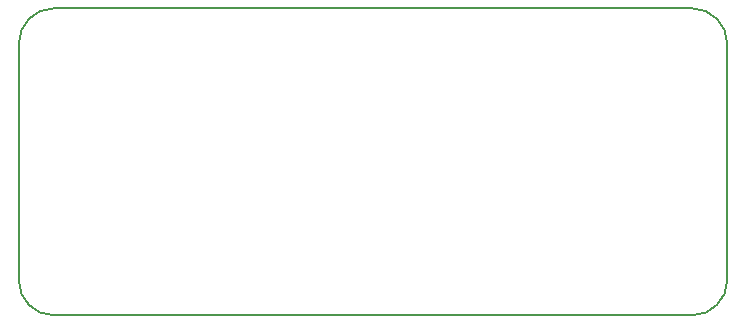
<source format=gbr>
G04 #@! TF.GenerationSoftware,KiCad,Pcbnew,5.0.2-bee76a0~70~ubuntu16.04.1*
G04 #@! TF.CreationDate,2019-02-21T23:56:22+01:00*
G04 #@! TF.ProjectId,24VDC_to_USB_voltage_converter,32345644-435f-4746-9f5f-5553425f766f,rev?*
G04 #@! TF.SameCoordinates,Original*
G04 #@! TF.FileFunction,Profile,NP*
%FSLAX46Y46*%
G04 Gerber Fmt 4.6, Leading zero omitted, Abs format (unit mm)*
G04 Created by KiCad (PCBNEW 5.0.2-bee76a0~70~ubuntu16.04.1) date Thu 21 Feb 2019 11:56:22 PM CET*
%MOMM*%
%LPD*%
G01*
G04 APERTURE LIST*
%ADD10C,0.150000*%
G04 APERTURE END LIST*
D10*
X165000000Y-97750000D02*
G75*
G02X162000000Y-100750000I-3000000J0D01*
G01*
X162000000Y-74750000D02*
G75*
G02X165000000Y-77750000I0J-3000000D01*
G01*
X108000000Y-100750000D02*
G75*
G02X105000000Y-97750000I0J3000000D01*
G01*
X105000000Y-77750000D02*
G75*
G02X108000000Y-74750000I3000000J0D01*
G01*
X165000000Y-97750000D02*
X165000000Y-81500000D01*
X108000000Y-100750000D02*
X162000000Y-100750000D01*
X105000000Y-77750000D02*
X105000000Y-97750000D01*
X162000000Y-74750000D02*
X108000000Y-74750000D01*
X165000000Y-81500000D02*
X165000000Y-77750000D01*
M02*

</source>
